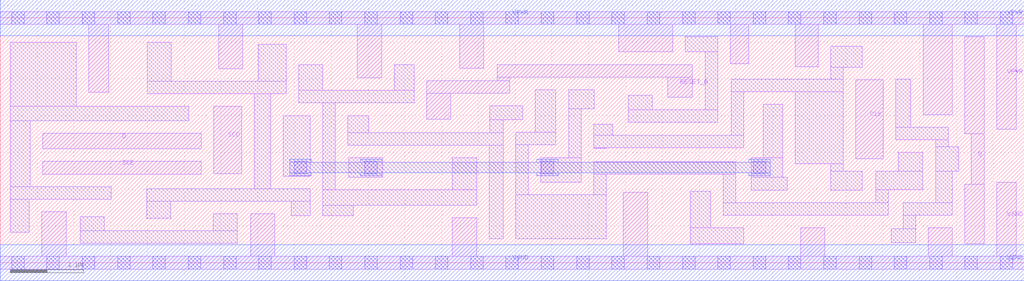
<source format=lef>
# Copyright 2020 The SkyWater PDK Authors
#
# Licensed under the Apache License, Version 2.0 (the "License");
# you may not use this file except in compliance with the License.
# You may obtain a copy of the License at
#
#     https://www.apache.org/licenses/LICENSE-2.0
#
# Unless required by applicable law or agreed to in writing, software
# distributed under the License is distributed on an "AS IS" BASIS,
# WITHOUT WARRANTIES OR CONDITIONS OF ANY KIND, either express or implied.
# See the License for the specific language governing permissions and
# limitations under the License.
#
# SPDX-License-Identifier: Apache-2.0

VERSION 5.7 ;
  NAMESCASESENSITIVE ON ;
  NOWIREEXTENSIONATPIN ON ;
  DIVIDERCHAR "/" ;
  BUSBITCHARS "[]" ;
UNITS
  DATABASE MICRONS 200 ;
END UNITS
MACRO sky130_fd_sc_lp__sdfrtp_2
  CLASS CORE ;
  SOURCE USER ;
  FOREIGN sky130_fd_sc_lp__sdfrtp_2 ;
  ORIGIN  0.000000  0.000000 ;
  SIZE  13.92000 BY  3.330000 ;
  SYMMETRY X Y R90 ;
  SITE unit ;
  PIN D
    ANTENNAGATEAREA  0.159000 ;
    DIRECTION INPUT ;
    USE SIGNAL ;
    PORT
      LAYER li1 ;
        RECT 0.575000 1.550000 2.735000 1.760000 ;
    END
  END D
  PIN Q
    ANTENNADIFFAREA  0.588000 ;
    DIRECTION OUTPUT ;
    USE SIGNAL ;
    PORT
      LAYER li1 ;
        RECT 13.115000 0.255000 13.375000 1.065000 ;
        RECT 13.115000 1.755000 13.375000 3.075000 ;
        RECT 13.200000 1.065000 13.375000 1.755000 ;
    END
  END Q
  PIN RESET_B
    ANTENNAGATEAREA  0.411000 ;
    DIRECTION INPUT ;
    USE SIGNAL ;
    PORT
      LAYER li1 ;
        RECT 5.795000 1.950000 6.125000 2.305000 ;
        RECT 5.795000 2.305000 6.925000 2.475000 ;
        RECT 6.755000 2.475000 6.925000 2.525000 ;
        RECT 6.755000 2.525000 9.405000 2.695000 ;
        RECT 9.075000 2.250000 9.405000 2.525000 ;
    END
  END RESET_B
  PIN SCD
    ANTENNAGATEAREA  0.159000 ;
    DIRECTION INPUT ;
    USE SIGNAL ;
    PORT
      LAYER li1 ;
        RECT 2.905000 1.210000 3.285000 2.130000 ;
    END
  END SCD
  PIN SCE
    ANTENNAGATEAREA  0.318000 ;
    DIRECTION INPUT ;
    USE SIGNAL ;
    PORT
      LAYER li1 ;
        RECT 0.575000 1.200000 2.735000 1.380000 ;
    END
  END SCE
  PIN CLK
    ANTENNAGATEAREA  0.315000 ;
    DIRECTION INPUT ;
    USE CLOCK ;
    PORT
      LAYER li1 ;
        RECT 11.630000 1.415000 12.005000 2.490000 ;
    END
  END CLK
  PIN VGND
    DIRECTION INOUT ;
    USE GROUND ;
    PORT
      LAYER li1 ;
        RECT  0.000000 -0.085000 13.920000 0.085000 ;
        RECT  0.565000  0.085000  0.895000 0.690000 ;
        RECT  3.405000  0.085000  3.735000 0.665000 ;
        RECT  6.145000  0.085000  6.475000 0.615000 ;
        RECT  8.470000  0.085000  8.800000 0.955000 ;
        RECT 10.880000  0.085000 11.210000 0.475000 ;
        RECT 12.615000  0.085000 12.945000 0.475000 ;
        RECT 13.545000  0.085000 13.815000 1.095000 ;
      LAYER mcon ;
        RECT  0.155000 -0.085000  0.325000 0.085000 ;
        RECT  0.635000 -0.085000  0.805000 0.085000 ;
        RECT  1.115000 -0.085000  1.285000 0.085000 ;
        RECT  1.595000 -0.085000  1.765000 0.085000 ;
        RECT  2.075000 -0.085000  2.245000 0.085000 ;
        RECT  2.555000 -0.085000  2.725000 0.085000 ;
        RECT  3.035000 -0.085000  3.205000 0.085000 ;
        RECT  3.515000 -0.085000  3.685000 0.085000 ;
        RECT  3.995000 -0.085000  4.165000 0.085000 ;
        RECT  4.475000 -0.085000  4.645000 0.085000 ;
        RECT  4.955000 -0.085000  5.125000 0.085000 ;
        RECT  5.435000 -0.085000  5.605000 0.085000 ;
        RECT  5.915000 -0.085000  6.085000 0.085000 ;
        RECT  6.395000 -0.085000  6.565000 0.085000 ;
        RECT  6.875000 -0.085000  7.045000 0.085000 ;
        RECT  7.355000 -0.085000  7.525000 0.085000 ;
        RECT  7.835000 -0.085000  8.005000 0.085000 ;
        RECT  8.315000 -0.085000  8.485000 0.085000 ;
        RECT  8.795000 -0.085000  8.965000 0.085000 ;
        RECT  9.275000 -0.085000  9.445000 0.085000 ;
        RECT  9.755000 -0.085000  9.925000 0.085000 ;
        RECT 10.235000 -0.085000 10.405000 0.085000 ;
        RECT 10.715000 -0.085000 10.885000 0.085000 ;
        RECT 11.195000 -0.085000 11.365000 0.085000 ;
        RECT 11.675000 -0.085000 11.845000 0.085000 ;
        RECT 12.155000 -0.085000 12.325000 0.085000 ;
        RECT 12.635000 -0.085000 12.805000 0.085000 ;
        RECT 13.115000 -0.085000 13.285000 0.085000 ;
        RECT 13.595000 -0.085000 13.765000 0.085000 ;
      LAYER met1 ;
        RECT 0.000000 -0.245000 13.920000 0.245000 ;
    END
  END VGND
  PIN VPWR
    DIRECTION INOUT ;
    USE POWER ;
    PORT
      LAYER li1 ;
        RECT  0.000000 3.245000 13.920000 3.415000 ;
        RECT  1.205000 2.320000  1.475000 3.245000 ;
        RECT  2.970000 2.640000  3.300000 3.245000 ;
        RECT  4.855000 2.515000  5.185000 3.245000 ;
        RECT  6.245000 2.645000  6.575000 3.245000 ;
        RECT  8.410000 2.865000  9.140000 3.245000 ;
        RECT  9.925000 2.705000 10.175000 3.245000 ;
        RECT 10.805000 2.665000 11.120000 3.245000 ;
        RECT 12.545000 2.015000 12.945000 3.245000 ;
        RECT 13.545000 1.815000 13.815000 3.245000 ;
      LAYER mcon ;
        RECT  0.155000 3.245000  0.325000 3.415000 ;
        RECT  0.635000 3.245000  0.805000 3.415000 ;
        RECT  1.115000 3.245000  1.285000 3.415000 ;
        RECT  1.595000 3.245000  1.765000 3.415000 ;
        RECT  2.075000 3.245000  2.245000 3.415000 ;
        RECT  2.555000 3.245000  2.725000 3.415000 ;
        RECT  3.035000 3.245000  3.205000 3.415000 ;
        RECT  3.515000 3.245000  3.685000 3.415000 ;
        RECT  3.995000 3.245000  4.165000 3.415000 ;
        RECT  4.475000 3.245000  4.645000 3.415000 ;
        RECT  4.955000 3.245000  5.125000 3.415000 ;
        RECT  5.435000 3.245000  5.605000 3.415000 ;
        RECT  5.915000 3.245000  6.085000 3.415000 ;
        RECT  6.395000 3.245000  6.565000 3.415000 ;
        RECT  6.875000 3.245000  7.045000 3.415000 ;
        RECT  7.355000 3.245000  7.525000 3.415000 ;
        RECT  7.835000 3.245000  8.005000 3.415000 ;
        RECT  8.315000 3.245000  8.485000 3.415000 ;
        RECT  8.795000 3.245000  8.965000 3.415000 ;
        RECT  9.275000 3.245000  9.445000 3.415000 ;
        RECT  9.755000 3.245000  9.925000 3.415000 ;
        RECT 10.235000 3.245000 10.405000 3.415000 ;
        RECT 10.715000 3.245000 10.885000 3.415000 ;
        RECT 11.195000 3.245000 11.365000 3.415000 ;
        RECT 11.675000 3.245000 11.845000 3.415000 ;
        RECT 12.155000 3.245000 12.325000 3.415000 ;
        RECT 12.635000 3.245000 12.805000 3.415000 ;
        RECT 13.115000 3.245000 13.285000 3.415000 ;
        RECT 13.595000 3.245000 13.765000 3.415000 ;
      LAYER met1 ;
        RECT 0.000000 3.085000 13.920000 3.575000 ;
    END
  END VPWR
  OBS
    LAYER li1 ;
      RECT  0.135000 0.415000  0.395000 0.860000 ;
      RECT  0.135000 0.860000  1.510000 1.030000 ;
      RECT  0.135000 1.030000  0.405000 1.930000 ;
      RECT  0.135000 1.930000  2.560000 2.130000 ;
      RECT  0.135000 2.130000  1.035000 3.000000 ;
      RECT  1.085000 0.265000  3.225000 0.435000 ;
      RECT  1.085000 0.435000  1.415000 0.625000 ;
      RECT  1.990000 0.605000  2.320000 0.835000 ;
      RECT  1.990000 0.835000  4.215000 1.005000 ;
      RECT  1.995000 2.300000  3.885000 2.470000 ;
      RECT  1.995000 2.470000  2.325000 3.000000 ;
      RECT  2.895000 0.435000  3.225000 0.665000 ;
      RECT  3.455000 1.005000  3.680000 2.300000 ;
      RECT  3.510000 2.470000  3.885000 2.970000 ;
      RECT  3.850000 1.175000  4.215000 1.995000 ;
      RECT  3.955000 0.640000  4.215000 0.835000 ;
      RECT  4.055000 2.175000  5.625000 2.345000 ;
      RECT  4.055000 2.345000  4.385000 2.695000 ;
      RECT  4.385000 0.640000  4.800000 0.785000 ;
      RECT  4.385000 0.785000  6.475000 0.995000 ;
      RECT  4.385000 0.995000  4.555000 2.175000 ;
      RECT  4.725000 1.600000  6.835000 1.770000 ;
      RECT  4.725000 1.770000  5.010000 1.995000 ;
      RECT  4.735000 1.165000  5.200000 1.430000 ;
      RECT  5.355000 2.345000  5.625000 2.695000 ;
      RECT  6.145000 0.995000  6.475000 1.430000 ;
      RECT  6.645000 0.325000  6.835000 1.600000 ;
      RECT  6.655000 1.770000  6.835000 1.945000 ;
      RECT  6.655000 1.945000  7.100000 2.135000 ;
      RECT  7.005000 0.325000  8.235000 0.925000 ;
      RECT  7.005000 0.925000  7.175000 1.605000 ;
      RECT  7.005000 1.605000  7.555000 1.775000 ;
      RECT  7.270000 1.775000  7.555000 2.355000 ;
      RECT  7.345000 1.095000  7.895000 1.425000 ;
      RECT  7.725000 1.425000  7.895000 2.095000 ;
      RECT  7.725000 2.095000  8.075000 2.355000 ;
      RECT  8.065000 0.925000  8.235000 1.205000 ;
      RECT  8.065000 1.205000 10.000000 1.375000 ;
      RECT  8.065000 1.555000  8.245000 1.560000 ;
      RECT  8.065000 1.560000 10.105000 1.730000 ;
      RECT  8.065000 1.730000  8.325000 1.885000 ;
      RECT  8.535000 1.910000  9.755000 2.080000 ;
      RECT  8.535000 2.080000  8.865000 2.275000 ;
      RECT  9.310000 2.865000  9.755000 3.075000 ;
      RECT  9.380000 0.255000 10.110000 0.475000 ;
      RECT  9.380000 0.475000  9.660000 0.970000 ;
      RECT  9.585000 2.080000  9.755000 2.865000 ;
      RECT  9.830000 0.645000 12.070000 0.815000 ;
      RECT  9.830000 0.815000 10.000000 1.205000 ;
      RECT  9.935000 1.730000 10.105000 2.325000 ;
      RECT  9.935000 2.325000 11.460000 2.495000 ;
      RECT 10.210000 0.985000 10.700000 1.165000 ;
      RECT 10.210000 1.165000 10.635000 1.425000 ;
      RECT 10.375000 1.425000 10.635000 2.155000 ;
      RECT 10.805000 1.345000 11.460000 2.325000 ;
      RECT 11.290000 0.985000 11.720000 1.245000 ;
      RECT 11.290000 1.245000 11.460000 1.345000 ;
      RECT 11.290000 2.495000 11.460000 2.660000 ;
      RECT 11.290000 2.660000 11.720000 2.940000 ;
      RECT 11.900000 0.815000 12.070000 0.995000 ;
      RECT 11.900000 0.995000 12.540000 1.245000 ;
      RECT 12.115000 0.275000 12.445000 0.465000 ;
      RECT 12.175000 1.675000 12.890000 1.845000 ;
      RECT 12.175000 1.845000 12.375000 2.495000 ;
      RECT 12.210000 1.245000 12.540000 1.505000 ;
      RECT 12.275000 0.465000 12.445000 0.645000 ;
      RECT 12.275000 0.645000 12.945000 0.815000 ;
      RECT 12.720000 0.815000 12.945000 1.245000 ;
      RECT 12.720000 1.245000 13.030000 1.575000 ;
      RECT 12.720000 1.575000 12.890000 1.675000 ;
    LAYER mcon ;
      RECT  3.995000 1.210000  4.165000 1.380000 ;
      RECT  4.955000 1.210000  5.125000 1.380000 ;
      RECT  7.355000 1.210000  7.525000 1.380000 ;
      RECT 10.235000 1.210000 10.405000 1.380000 ;
    LAYER met1 ;
      RECT  3.935000 1.180000  4.225000 1.225000 ;
      RECT  3.935000 1.225000 10.465000 1.365000 ;
      RECT  3.935000 1.365000  4.225000 1.410000 ;
      RECT  4.895000 1.180000  5.185000 1.225000 ;
      RECT  4.895000 1.365000  5.185000 1.410000 ;
      RECT  7.295000 1.180000  7.585000 1.225000 ;
      RECT  7.295000 1.365000  7.585000 1.410000 ;
      RECT 10.175000 1.180000 10.465000 1.225000 ;
      RECT 10.175000 1.365000 10.465000 1.410000 ;
  END
END sky130_fd_sc_lp__sdfrtp_2

</source>
